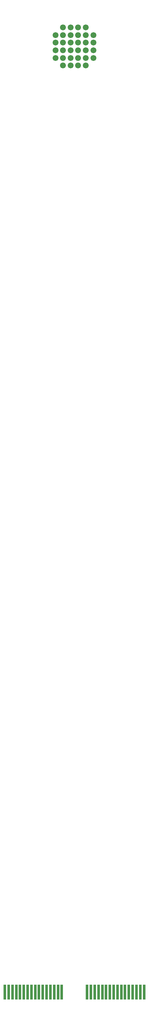
<source format=gbs>
G04*
G04 #@! TF.GenerationSoftware,Altium Limited,Altium Designer,26.1.1 (7)*
G04*
G04 Layer_Color=16711935*
%FSLAX44Y44*%
%MOMM*%
G71*
G04*
G04 #@! TF.SameCoordinates,11DF8F28-643A-421D-AAF6-CDC362FA1963*
G04*
G04*
G04 #@! TF.FilePolarity,Negative*
G04*
G01*
G75*
%ADD11C,1.5500*%
%ADD15R,0.7000X4.0000*%
D11*
X1306958Y2817276D02*
D03*
Y2777276D02*
D03*
Y2757276D02*
D03*
X1326958Y2737276D02*
D03*
Y2757276D02*
D03*
Y2777276D02*
D03*
Y2797276D02*
D03*
Y2817276D02*
D03*
X1326958Y2837276D02*
D03*
X1346958Y2737276D02*
D03*
Y2757276D02*
D03*
Y2777276D02*
D03*
Y2797276D02*
D03*
Y2817276D02*
D03*
Y2837276D02*
D03*
X1366958Y2737276D02*
D03*
Y2757276D02*
D03*
Y2777276D02*
D03*
Y2797276D02*
D03*
Y2817276D02*
D03*
Y2837276D02*
D03*
X1386958Y2737276D02*
D03*
Y2757276D02*
D03*
Y2777276D02*
D03*
Y2797276D02*
D03*
Y2817276D02*
D03*
Y2837276D02*
D03*
X1406958Y2777276D02*
D03*
Y2757276D02*
D03*
Y2817276D02*
D03*
Y2797276D02*
D03*
X1306958D02*
D03*
D15*
X1420663Y303620D02*
D03*
X1390663D02*
D03*
X1480663D02*
D03*
X1450663D02*
D03*
X1510663D02*
D03*
X1440663D02*
D03*
X1410663D02*
D03*
X1500663D02*
D03*
X1540663D02*
D03*
X1470663D02*
D03*
X1400663D02*
D03*
X1460663D02*
D03*
X1530663D02*
D03*
X1430663D02*
D03*
X1490663D02*
D03*
X1520663D02*
D03*
X1243750Y303500D02*
D03*
X1183750D02*
D03*
X1323750D02*
D03*
X1303750D02*
D03*
X1273750D02*
D03*
X1213750D02*
D03*
X1313750D02*
D03*
X1283750D02*
D03*
X1253750D02*
D03*
X1193750D02*
D03*
X1223750D02*
D03*
X1293750D02*
D03*
X1233750D02*
D03*
X1263750D02*
D03*
X1203750D02*
D03*
X1173750D02*
D03*
M02*

</source>
